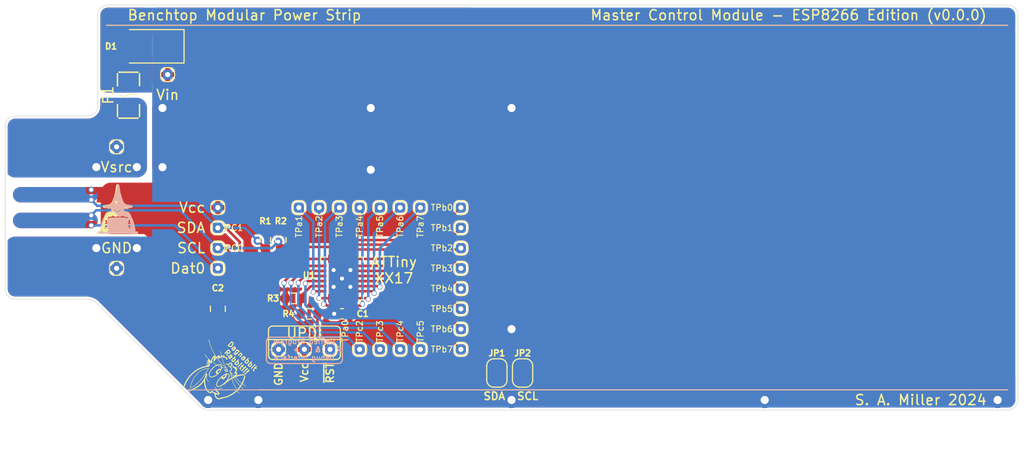
<source format=kicad_pcb>
(kicad_pcb (version 20211014) (generator pcbnew)
  (title_block (title "Benchtop Modular Power Strip") (date "2024") (rev "0.0.0") (company "S. A. Miller") (comment 1 "Master Control Module") (comment 2 "ESP8266 Edition"))
  (layers (0 "F.Cu" signal) (31 "B.Cu" signal) (34 "B.Paste" user) (35 "F.Paste" user) (36 "B.SilkS" user "B.Silkscreen") (37 "F.SilkS" user "F.Silkscreen") (38 "B.Mask" user) (39 "F.Mask" user) (44 "Edge.Cuts" user))
  (net 0 "")
  (net 1 "I2C-Vcc")
  (net 2 "GND")
  (net 3 "~{RESET}")
  (net 4 "Dat0")
  (net 5 "SDA")
  (net 6 "SCL")
  (net 7 "PA4")
  (net 8 "PA5")
  (net 9 "PA6")
  (net 10 "PA7")
  (net 11 "PB2")
  (net 12 "PB3")
  (net 13 "PA1")
  (net 14 "PA2")
  (net 15 "PA3")
  (net 16 "PB0")
  (net 17 "PB1")
  (net 18 "PB4")
  (net 19 "PB5")
  (net 20 "PB6")
  (net 21 "PB7")
  (net 22 "PC2")
  (net 23 "PC3")
  (net 24 "PC4")
  (net 25 "PC5")
  (net 26 "Vsrc")
  (net 27 "Vin")
  (net 28 "/ATTinyXX17 Sheet/Vprot")
  (net 29 "/ATTinyXX17 Sheet/PA0")
  (footprint "Capacitor_SMD:C_0805_2012Metric" (layer "F.Cu") (at 71 110 -90)
    (fp_text reference "C2" (at -2.05 0 180) (layer "F.SilkS") (effects (font (size 0.6 0.6))))
    (fp_text value "4.7uF")
    (pad "1" smd roundrect (at -0.95 0 270) (size 1 1.45) (layers "F.Cu" "F.Paste" "F.Mask") (net 1 "I2C-Vcc"))
    (pad "2" smd roundrect (at 0.95 0 270) (size 1 1.45) (layers "F.Cu" "F.Paste" "F.Mask") (net 2 "GND"))
  )
  (footprint "Resistor_SMD:R_0603_1608Metric" (layer "F.Cu") (at 78.486 108.966)
    (fp_text reference "R3" (at -2.032 0) (layer "F.SilkS") (effects (font (size 0.6 0.6))))
    (fp_text value "10k")
    (pad "1" smd roundrect (at -0.825 0) (size 0.8 0.95) (layers "F.Cu" "F.Paste" "F.Mask") (net 1 "I2C-Vcc"))
    (pad "2" smd roundrect (at 0.825 0) (size 0.8 0.95) (layers "F.Cu" "F.Paste" "F.Mask") (net 29 "/ATTinyXX17 Sheet/PA0"))
  )
  (footprint "tinker:TestPoint_THTPad_D1.0mm_Drill0.5mm" (layer "F.Cu") (at 71 106)
    (fp_text reference "TP3" hide)
    (fp_text value "Dat0" hide)
    (pad "1" thru_hole roundrect (at 0 0) (size 1 1) (drill 0.5) (layers *.Cu *.Mask) (roundrect_rratio 0.33) (net 4 "Dat0"))
  )
  (footprint "tinker:TestPoint_THTPad_D1.0mm_Drill0.5mm" (layer "F.Cu") (at 61 94)
    (fp_text reference "TP1" hide)
    (fp_text value "Vsrc" hide)
    (pad "1" thru_hole roundrect (at 0 0) (size 1 1) (drill 0.5) (layers *.Cu *.Mask) (roundrect_rratio 0.33) (net 26 "Vsrc"))
  )
  (footprint "tinker:TestPoint_THTPad_D1.0mm_Drill0.5mm" (layer "F.Cu") (at 89 114 90)
    (fp_text reference "TPc4" (at 0.65 0 90) (layer "F.SilkS") (effects (font (size 0.6 0.6) (thickness 0.1)) (justify left)))
    (fp_text value "CtrlC" hide)
    (pad "1" thru_hole roundrect (at 0 0 90) (size 1 1) (drill 0.5) (layers *.Cu *.Mask) (roundrect_rratio 0.33) (net 24 "PC4"))
  )
  (footprint "Capacitor_SMD:C_0603_1608Metric" (layer "F.Cu") (at 83.26 110.49 180)
    (fp_text reference "C1" (at -2.048 0 180) (layer "F.SilkS") (effects (font (size 0.6 0.6))))
    (fp_text value "100nF")
    (pad "1" smd roundrect (at -0.775 0 180) (size 0.9 0.95) (layers "F.Cu" "F.Paste" "F.Mask") (net 1 "I2C-Vcc"))
    (pad "2" smd roundrect (at 0.775 0 180) (size 0.9 0.95) (layers "F.Cu" "F.Paste" "F.Mask") (net 2 "GND"))
  )
  (footprint "tinker:TestPoint_THTPad_D1.0mm_Drill0.5mm" (layer "F.Cu") (at 95 108)
    (fp_text reference "TPb4" (at -0.73 0) (layer "F.SilkS") (effects (font (size 0.6 0.6) (thickness 0.1)) (justify right)))
    (fp_text value "CtrlB" hide)
    (pad "1" thru_hole roundrect (at 0 0) (size 1 1) (drill 0.5) (layers *.Cu *.Mask) (roundrect_rratio 0.33) (net 18 "PB4"))
  )
  (footprint "tinker:F1206" (layer "F.Cu") (at 62.176 88.9 90)
    (fp_text reference "F1" (at 0 -2 90) (layer "F.SilkS"))
    (fp_text value "Polyfuse" hide)
    (pad "1" smd rect (at -1.45 0 90) (size 1.19 1.73) (layers "F.Cu" "F.Paste" "F.Mask") (net 26 "Vsrc"))
    (pad "2" smd rect (at 1.45 0 90) (size 1.19 1.73) (layers "F.Cu" "F.Paste" "F.Mask") (net 28 "/ATTinyXX17 Sheet/Vprot"))
  )
  (footprint "Resistor_SMD:R_0603_1608Metric" (layer "F.Cu") (at 75.692 103.187 -90)
    (fp_text reference "R1" (at -1.854 0) (layer "F.SilkS") (effects (font (size 0.6 0.6))))
    (fp_text value "10k")
    (pad "1" smd roundrect (at -0.825 0 270) (size 0.8 0.95) (layers "F.Cu" "F.Paste" "F.Mask") (net 1 "I2C-Vcc"))
    (pad "2" smd roundrect (at 0.825 0 270) (size 0.8 0.95) (layers "F.Cu" "F.Paste" "F.Mask") (net 5 "SDA"))
  )
  (footprint "tinker:TestPoint_THTPad_D1.0mm_Drill0.5mm" (layer "F.Cu") (at 81 100 90)
    (fp_text reference "TPa2" (at -0.73 0 90) (layer "F.SilkS") (effects (font (size 0.6 0.6) (thickness 0.1)) (justify right)))
    (fp_text value "CtrlA" hide)
    (pad "1" thru_hole roundrect (at 0 0 90) (size 1 1) (drill 0.5) (layers *.Cu *.Mask) (roundrect_rratio 0.33) (net 14 "PA2"))
  )
  (footprint "tinker:TestPoint_THTPad_D1.0mm_Drill0.5mm" (layer "F.Cu") (at 91 114 90)
    (fp_text reference "TPc5" (at 0.65 0 90) (layer "F.SilkS") (effects (font (size 0.6 0.6) (thickness 0.1)) (justify left)))
    (fp_text value "CtrlC" hide)
    (pad "1" thru_hole roundrect (at 0 0 90) (size 1 1) (drill 0.5) (layers *.Cu *.Mask) (roundrect_rratio 0.33) (net 25 "PC5"))
  )
  (footprint "Resistor_SMD:R_0603_1608Metric" (layer "F.Cu") (at 80.01 110.49)
    (fp_text reference "R4" (at -2.032 0) (layer "F.SilkS") (effects (font (size 0.6 0.6))))
    (fp_text value "330R")
    (pad "1" smd roundrect (at -0.825 0) (size 0.8 0.95) (layers "F.Cu" "F.Paste" "F.Mask") (net 29 "/ATTinyXX17 Sheet/PA0"))
    (pad "2" smd roundrect (at 0.825 0) (size 0.8 0.95) (layers "F.Cu" "F.Paste" "F.Mask") (net 3 "~{RESET}"))
  )
  (footprint "tinker:TestPoint_THTPad_D1.0mm_Drill0.5mm" (layer "F.Cu") (at 85 100 90)
    (fp_text reference "TPa4" (at -0.73 0 90) (layer "F.SilkS") (effects (font (size 0.6 0.6) (thickness 0.1)) (justify right)))
    (fp_text value "CtrlA" hide)
    (pad "1" thru_hole roundrect (at 0 0 90) (size 1 1) (drill 0.5) (layers *.Cu *.Mask) (roundrect_rratio 0.33) (net 7 "PA4"))
  )
  (footprint "tinker:TestPoint_THTPad_D1.0mm_Drill0.5mm" (layer "F.Cu") (at 77 114 90)
    (fp_text reference "TP9" hide)
    (fp_text value "GND" hide)
    (pad "1" thru_hole roundrect (at 0 0 90) (size 1 1) (drill 0.5) (layers *.Cu *.Mask) (roundrect_rratio 0.33) (net 2 "GND"))
  )
  (footprint "tinker:TestPoint_THTPad_D1.0mm_Drill0.5mm" (layer "F.Cu") (at 95 102)
    (fp_text reference "TPb1" (at -0.73 0) (layer "F.SilkS") (effects (font (size 0.6 0.6) (thickness 0.1)) (justify right)))
    (fp_text value "CtrlB" hide)
    (pad "1" thru_hole roundrect (at 0 0) (size 1 1) (drill 0.5) (layers *.Cu *.Mask) (roundrect_rratio 0.33) (net 17 "PB1"))
  )
  (footprint "tinker:TestPoint_THTPad_D1.0mm_Drill0.5mm" (layer "F.Cu") (at 85 114 90)
    (fp_text reference "TPc2" (at 0.65 -0.002 90) (layer "F.SilkS") (effects (font (size 0.6 0.6) (thickness 0.1)) (justify left)))
    (fp_text value "CtrlC" hide)
    (pad "1" thru_hole roundrect (at 0 0 90) (size 1 1) (drill 0.5) (layers *.Cu *.Mask) (roundrect_rratio 0.33) (net 22 "PC2"))
  )
  (footprint "tinker:TestPoint_THTPad_D1.0mm_Drill0.5mm" (layer "F.Cu") (at 91 100 90)
    (fp_text reference "TPa7" (at -0.73 0 90) (layer "F.SilkS") (effects (font (size 0.6 0.6) (thickness 0.1)) (justify right)))
    (fp_text value "CtrlA" hide)
    (pad "1" thru_hole roundrect (at 0 0 90) (size 1 1) (drill 0.5) (layers *.Cu *.Mask) (roundrect_rratio 0.33) (net 10 "PA7"))
  )
  (footprint "Package_DFN_QFN:QFN-24-1EP_4x4mm_P0.5mm_EP2.6x2.6mm" (layer "F.Cu") (at 83.26 107.01 90)
    (fp_text reference "U1" (at 0.33 -3.25 180) (layer "F.SilkS") (effects (font (size 0.6 0.6))))
    (fp_text value "ATtiny1617")
    (pad "1" smd roundrect (at -1.9375 -1.25 90) (size 0.825 0.25) (layers "F.Cu" "F.Paste" "F.Mask") (net 14 "PA2"))
    (pad "2" smd roundrect (at -1.9375 -0.75 90) (size 0.825 0.25) (layers "F.Cu" "F.Paste" "F.Mask") (net 15 "PA3"))
    (pad "3" smd roundrect (at -1.9375 -0.25 90) (size 0.825 0.25) (layers "F.Cu" "F.Paste" "F.Mask") (net 2 "GND"))
    (pad "4" smd roundrect (at -1.9375 0.25 90) (size 0.825 0.25) (layers "F.Cu" "F.Paste" "F.Mask") (net 1 "I2C-Vcc"))
    (pad "5" smd roundrect (at -1.9375 0.75 90) (size 0.825 0.25) (layers "F.Cu" "F.Paste" "F.Mask") (net 7 "PA4"))
    (pad "6" smd roundrect (at -1.9375 1.25 90) (size 0.825 0.25) (layers "F.Cu" "F.Paste" "F.Mask") (net 8 "PA5"))
    (pad "7" smd roundrect (at -1.25 1.9375 90) (size 0.25 0.825) (layers "F.Cu" "F.Paste" "F.Mask") (net 9 "PA6"))
    (pad "8" smd roundrect (at -0.75 1.9375 90) (size 0.25 0.825) (layers "F.Cu" "F.Paste" "F.Mask") (net 10 "PA7"))
    (pad "9" smd roundrect (at -0.25 1.9375 90) (size 0.25 0.825) (layers "F.Cu" "F.Paste" "F.Mask") (net 21 "PB7"))
    (pad "10" smd roundrect (at 0.25 1.9375 90) (size 0.25 0.825) (layers "F.Cu" "F.Paste" "F.Mask") (net 20 "PB6"))
    (pad "11" smd roundrect (at 0.75 1.9375 90) (size 0.25 0.825) (layers "F.Cu" "F.Paste" "F.Mask") (net 19 "PB5"))
    (pad "12" smd roundrect (at 1.25 1.9375 90) (size 0.25 0.825) (layers "F.Cu" "F.Paste" "F.Mask") (net 18 "PB4"))
    (pad "13" smd roundrect (at 1.9375 1.25 90) (size 0.825 0.25) (layers "F.Cu" "F.Paste" "F.Mask") (net 12 "PB3"))
    (pad "14" smd roundrect (at 1.9375 0.75 90) (size 0.825 0.25) (layers "F.Cu" "F.Paste" "F.Mask") (net 11 "PB2"))
    (pad "15" smd roundrect (at 1.9375 0.25 90) (size 0.825 0.25) (layers "F.Cu" "F.Paste" "F.Mask") (net 17 "PB1"))
    (pad "16" smd roundrect (at 1.9375 -0.25 90) (size 0.825 0.25) (layers "F.Cu" "F.Paste" "F.Mask") (net 16 "PB0"))
    (pad "17" smd roundrect (at 1.9375 -0.75 90) (size 0.825 0.25) (layers "F.Cu" "F.Paste" "F.Mask") (net 6 "SCL"))
    (pad "18" smd roundrect (at 1.9375 -1.25 90) (size 0.825 0.25) (layers "F.Cu" "F.Paste" "F.Mask") (net 5 "SDA"))
    (pad "19" smd roundrect (at 1.25 -1.9375 90) (size 0.25 0.825) (layers "F.Cu" "F.Paste" "F.Mask") (net 22 "PC2"))
    (pad "20" smd roundrect (at 0.75 -1.9375 90) (size 0.25 0.825) (layers "F.Cu" "F.Paste" "F.Mask") (net 23 "PC3"))
    (pad "21" smd roundrect (at 0.25 -1.9375 90) (size 0.25 0.825) (layers "F.Cu" "F.Paste" "F.Mask") (net 24 "PC4"))
    (pad "22" smd roundrect (at -0.25 -1.9375 90) (size 0.25 0.825) (layers "F.Cu" "F.Paste" "F.Mask") (net 25 "PC5"))
    (pad "23" smd roundrect (at -0.75 -1.9375 90) (size 0.25 0.825) (layers "F.Cu" "F.Paste" "F.Mask") (net 29 "/ATTinyXX17 Sheet/PA0"))
    (pad "24" smd roundrect (at -1.25 -1.9375 90) (size 0.25 0.825) (layers "F.Cu" "F.Paste" "F.Mask") (net 13 "PA1"))
    (pad "25" smd rect (at 0 0 90) (size 2.6 2.6) (layers "F.Cu" "F.Mask") (net 2 "GND"))
  )
  (footprint "tinker:NerdMage" (layer "F.Cu") (at 61.11668 100.076)
    (fp_text reference "G***" hide)
    (fp_text value "LOGO" hide)
  )
  (footprint "tinker:TestPoint_THTPad_D1.0mm_Drill0.5mm" (layer "F.Cu") (at 61 106)
    (fp_text reference "TP2" hide)
    (fp_text value "GND" hide)
    (pad "1" thru_hole roundrect (at 0 0) (size 1 1) (drill 0.5) (layers *.Cu *.Mask) (roundrect_rratio 0.33) (net 2 "GND"))
  )
  (footprint "Jumper:SolderJumper-2_P1.3mm_Open_RoundedPad1.0x1.5mm" (layer "F.Cu") (at 101.092 116.332 90)
    (fp_text reference "JP2" (at 1.957605 0) (layer "F.SilkS") (effects (font (size 0.6 0.6))))
    (fp_text value "SolderJumper_2_Open")
    (pad "1" smd custom (at -0.65 0 90) (size 1 0.5) (layers "F.Cu" "F.Mask") (net 6 "SCL") (options (clearance outline) (anchor rect)) (primitives (gr_circle (center 0 0.25) (end 0.5 0.25) (width 0) (fill yes)) (gr_circle (center 0 -0.25) (end 0.5 -0.25) (width 0) (fill yes)) (gr_poly (pts (xy 0.5 0.75) (xy 0 0.75) (xy 0 -0.75) (xy 0.5 -0.75)) (width 0) (fill yes))))
    (pad "2" smd custom (at 0.65 0 90) (size 1 0.5) (layers "F.Cu" "F.Mask") (options (clearance outline) (anchor rect)) (primitives (gr_circle (center 0 0.25) (end 0.5 0.25) (width 0) (fill yes)) (gr_circle (center 0 -0.25) (end 0.5 -0.25) (width 0) (fill yes)) (gr_poly (pts (xy 0 0.75) (xy -0.5 0.75) (xy -0.5 -0.75) (xy 0 -0.75)) (width 0) (fill yes))))
  )
  (footprint "tinker:TestPoint_THTPad_D1.0mm_Drill0.5mm" (layer "F.Cu") (at 95 110)
    (fp_text reference "TPb5" (at -0.73 0) (layer "F.SilkS") (effects (font (size 0.6 0.6) (thickness 0.1)) (justify right)))
    (fp_text value "CtrlB" hide)
    (pad "1" thru_hole roundrect (at 0 0) (size 1 1) (drill 0.5) (layers *.Cu *.Mask) (roundrect_rratio 0.33) (net 19 "PB5"))
  )
  (footprint "tinker:TestPoint_THTPad_D1.0mm_Drill0.5mm" (layer "F.Cu") (at 66.04 86.868)
    (fp_text reference "TP7" hide)
    (fp_text value "Vin" hide)
    (pad "1" thru_hole roundrect (at 0 0) (size 1 1) (drill 0.5) (layers *.Cu *.Mask) (roundrect_rratio 0.33) (net 27 "Vin"))
  )
  (footprint "tinker:DagNabbit" (layer "F.Cu") (at 71.04 116.6 135)
    (fp_text reference "REF**" hide)
    (fp_text value "DagNabbit" hide)
    (fp_text user "Dagnabbit\nRabbit!!!" (at -0.331667 2.64 -45 unlocked) (layer "F.SilkS") (effects (font (size 0.5 0.5) (thickness 0.1))))
  )
  (footprint "tinker:TestPoint_THTPad_D1.0mm_Drill0.5mm" (layer "F.Cu") (at 82.08 114 90)
    (fp_text reference "TPa0" (at 0.65 1.486 90) (layer "F.SilkS") (effects (font (size 0.6 0.6) (thickness 0.1)) (justify left)))
    (fp_text value "~{RESET}" hide)
    (pad "1" thru_hole roundrect (at 0 0 90) (size 1 1) (drill 0.5) (layers *.Cu *.Mask) (roundrect_rratio 0.33) (net 3 "~{RESET}"))
  )
  (footprint "tinker:TestPoint_THTPad_D1.0mm_Drill0.5mm" (layer "F.Cu") (at 89 100 90)
    (fp_text reference "TPa6" (at -0.73 0 90) (layer "F.SilkS") (effects (font (size 0.6 0.6) (thickness 0.1)) (justify right)))
    (fp_text value "CtrlA" hide)
    (pad "1" thru_hole roundrect (at 0 0 90) (size 1 1) (drill 0.5) (layers *.Cu *.Mask) (roundrect_rratio 0.33) (net 9 "PA6"))
  )
  (footprint "tinker:TestPoint_THTPad_D1.0mm_Drill0.5mm" (layer "F.Cu") (at 79 100 90)
    (fp_text reference "TPa1" (at -0.73 0 90) (layer "F.SilkS") (effects (font (size 0.6 0.6) (thickness 0.1)) (justify right)))
    (fp_text value "CtrlA" hide)
    (pad "1" thru_hole roundrect (at 0 0 90) (size 1 1) (drill 0.5) (layers *.Cu *.Mask) (roundrect_rratio 0.33) (net 13 "PA1"))
  )
  (footprint "tinker:TestPoint_THTPad_D1.0mm_Drill0.5mm" (layer "F.Cu") (at 95 104)
    (fp_text reference "TPb2" (at -0.73 0) (layer "F.SilkS") (effects (font (size 0.6 0.6) (thickness 0.1)) (justify right)))
    (fp_text value "CtrlB" hide)
    (pad "1" thru_hole roundrect (at 0 0) (size 1 1) (drill 0.5) (layers *.Cu *.Mask) (roundrect_rratio 0.33) (net 11 "PB2"))
  )
  (footprint "tinker:TestPoint_THTPad_D1.0mm_Drill0.5mm" (layer "F.Cu") (at 71 104)
    (fp_text reference "TP6" hide)
    (fp_text value "Dat3" hide)
    (pad "1" thru_hole roundrect (at 0 0) (size 1 1) (drill 0.5) (layers *.Cu *.Mask) (roundrect_rratio 0.33) (net 6 "SCL"))
  )
  (footprint "tinker:TestPoint_THTPad_D1.0mm_Drill0.5mm" (layer "F.Cu") (at 79.54 114 90)
    (fp_text reference "TP8" hide)
    (fp_text value "I2C-Vcc" hide)
    (pad "1" thru_hole roundrect (at 0 0 90) (size 1 1) (drill 0.5) (layers *.Cu *.Mask) (roundrect_rratio 0.33) (net 1 "I2C-Vcc"))
  )
  (footprint "Resistor_SMD:R_0603_1608Metric" (layer "F.Cu") (at 77.216 103.187 -90)
    (fp_text reference "R2" (at -1.854 0) (layer "F.SilkS") (effects (font (size 0.6 0.6))))
    (fp_text value "10k")
    (pad "1" smd roundrect (at -0.825 0 270) (size 0.8 0.95) (layers "F.Cu" "F.Paste" "F.Mask") (net 1 "I2C-Vcc"))
    (pad "2" smd roundrect (at 0.825 0 270) (size 0.8 0.95) (layers "F.Cu" "F.Paste" "F.Mask") (net 6 "SCL"))
  )
  (footprint "tinker:TestPoint_THTPad_D1.0mm_Drill0.5mm" (layer "F.Cu") (at 87 100 90)
    (fp_text reference "TPa5" (at -0.73 0 90) (layer "F.SilkS") (effects (font (size 0.6 0.6) (thickness 0.1)) (justify right)))
    (fp_text value "CtrlA" hide)
    (pad "1" thru_hole roundrect (at 0 0 90) (size 1 1) (drill 0.5) (layers *.Cu *.Mask) (roundrect_rratio 0.33) (net 8 "PA5"))
  )
  (footprint "tinker:TestPoint_THTPad_D1.0mm_Drill0.5mm" (layer "F.Cu") (at 95 114)
    (fp_text reference "TPb7" (at -0.73 0) (layer "F.SilkS") (effects (font (size 0.6 0.6) (thickness 0.1)) (justify right)))
    (fp_text value "CtrlB" hide)
    (pad "1" thru_hole roundrect (at 0 0) (size 1 1) (drill 0.5) (layers *.Cu *.Mask) (roundrect_rratio 0.33) (net 21 "PB7"))
  )
  (footprint "tinker:TestPoint_THTPad_D1.0mm_Drill0.5mm" (layer "F.Cu") (at 95 100)
    (fp_text reference "TPb0" (at -0.73 0) (layer "F.SilkS") (effects (font (size 0.6 0.6) (thickness 0.1)) (justify right)))
    (fp_text value "CtrlB" hide)
    (pad "1" thru_hole roundrect (at 0 0) (size 1 1) (drill 0.5) (layers *.Cu *.Mask) (roundrect_rratio 0.33) (net 16 "PB0"))
  )
  (footprint "Diode_SMD:D_SMA" (layer "F.Cu") (at 64.262 84.074 180)
    (fp_text reference "D1" (at 3.81 0) (layer "F.SilkS") (effects (font (size 0.6 0.6))))
    (fp_text value "D_Schottky")
    (pad "1" smd rect (at -2 0 180) (size 2.5 1.8) (layers "F.Cu" "F.Paste" "F.Mask") (net 27 "Vin"))
    (pad "2" smd rect (at 2 0 180) (size 2.5 1.8) (layers "F.Cu" "F.Paste" "F.Mask") (net 28 "/ATTinyXX17 Sheet/Vprot"))
  )
  (footprint "tinker:TestPoint_THTPad_D1.0mm_Drill0.5mm" (layer "F.Cu") (at 95 106)
    (fp_text reference "TPb3" (at -0.73 0) (layer "F.SilkS") (effects (font (size 0.6 0.6) (thickness 0.1)) (justify right)))
    (fp_text value "CtrlB" hide)
    (pad "1" thru_hole roundrect (at 0 0) (size 1 1) (drill 0.5) (layers *.Cu *.Mask) (roundrect_rratio 0.33) (net 12 "PB3"))
  )
  (footprint "tinker:TestPoint_THTPad_D1.0mm_Drill0.5mm" (layer "F.Cu") (at 87 114 90)
    (fp_text reference "TPc3" (at 0.65 0 90) (layer "F.SilkS") (effects (font (size 0.6 0.6) (thickness 0.1)) (justify left)))
    (fp_text value "CtrlC" hide)
    (pad "1" thru_hole roundrect (at 0 0 90) (size 1 1) (drill 0.5) (layers *.Cu *.Mask) (roundrect_rratio 0.33) (net 23 "PC3"))
  )
  (footprint "Jumper:SolderJumper-2_P1.3mm_Open_RoundedPad1.0x1.5mm" (layer "F.Cu") (at 98.552 116.332 90)
    (fp_text reference "JP1" (at 1.957605 0) (layer "F.SilkS") (effects (font (size 0.6 0.6))))
    (fp_text value "SolderJumper_2_Open")
    (pad "1" smd custom (at -0.65 0 90) (size 1 0.5) (layers "F.Cu" "F.Mask") (net 5 "SDA") (options (clearance outline) (anchor rect)) (primitives (gr_circle (center 0 0.25) (end 0.5 0.25) (width 0) (fill yes)) (gr_circle (center 0 -0.25) (end 0.5 -0.25) (width 0) (fill yes)) (gr_poly (pts (xy 0.5 0.75) (xy 0 0.75) (xy 0 -0.75) (xy 0.5 -0.75)) (width 0) (fill yes))))
    (pad "2" smd custom (at 0.65 0 90) (size 1 0.5) (layers "F.Cu" "F.Mask") (options (clearance outline) (anchor rect)) (primitives (gr_circle (center 0 0.25) (end 0.5 0.25) (width 0) (fill yes)) (gr_circle (center 0 -0.25) (end 0.5 -0.25) (width 0) (fill yes)) (gr_poly (pts (xy 0 0.75) (xy -0.5 0.75) (xy -0.5 -0.75) (xy 0 -0.75)) (width 0) (fill yes))))
  )
  (footprint "tinker:TestPoint_THTPad_D1.0mm_Drill0.5mm" (layer "F.Cu") (at 83 100 90)
    (fp_text reference "TPa3" (at -0.73 0 90) (layer "F.SilkS") (effects (font (size 0.6 0.6) (thickness 0.1)) (justify right)))
    (fp_text value "CtrlA" hide)
    (pad "1" thru_hole roundrect (at 0 0 90) (size 1 1) (drill 0.5) (layers *.Cu *.Mask) (roundrect_rratio 0.33) (net 15 "PA3"))
  )
  (footprint "tinker:TestPoint_THTPad_D1.0mm_Drill0.5mm" (layer "F.Cu") (at 71 100)
    (fp_text reference "TP4" hide)
    (fp_text value "Dat1" hide)
    (pad "1" thru_hole roundrect (at 0 0) (size 1 1) (drill 0.5) (layers *.Cu *.Mask) (roundrect_rratio 0.33) (net 1 "I2C-Vcc"))
  )
  (footprint "tinker:TestPoint_THTPad_D1.0mm_Drill0.5mm" (layer "F.Cu") (at 71 102)
    (fp_text reference "TP5" hide)
    (fp_text value "Dat2" hide)
    (pad "1" thru_hole roundrect (at 0 0) (size 1 1) (drill 0.5) (layers *.Cu *.Mask) (roundrect_rratio 0.33) (net 5 "SDA"))
  )
  (footprint "tinker:TestPoint_THTPad_D1.0mm_Drill0.5mm" (layer "F.Cu") (at 95 112)
    (fp_text reference "TPb6" (at -0.73 0) (layer "F.SilkS") (effects (font (size 0.6 0.6) (thickness 0.1)) (justify right)))
    (fp_text value "CtrlB" hide)
    (pad "1" thru_hole roundrect (at 0 0) (size 1 1) (drill 0.5) (layers *.Cu *.Mask) (roundrect_rratio 0.33) (net 20 "PB6"))
  )
  (footprint "tinker:NerdMage" (layer "B.Cu") (at 61.11668 100.076 180)
    (fp_text reference "G***" hide)
    (fp_text value "LOGO" hide)
  )
  (gr_arc (start 75.8 113.2) (mid 75.917157 112.917157) (end 76.2 112.8) (layer "B.SilkS") (width 0.12))
  (gr_line (start 68 118) (end 149 118) (layer "B.SilkS") (width 0.1))
  (gr_arc (start 83.3 115) (mid 83.182843 115.282843) (end 82.9 115.4) (layer "B.SilkS") (width 0.12))
  (gr_line (start 76.2 115.4) (end 82.9 115.4) (layer "B.SilkS") (width 0.12))
  (gr_line (start 83.3 113.2) (end 83.3 115) (layer "B.SilkS") (width 0.12))
  (gr_line (start 60 82) (end 149 82) (layer "B.SilkS") (width 0.1))
  (gr_arc (start 76.2 115.4) (mid 75.917157 115.282843) (end 75.8 115) (layer "B.SilkS") (width 0.12))
  (gr_arc (start 82.9 112.8) (mid 83.182843 112.917157) (end 83.3 113.2) (layer "B.SilkS") (width 0.12))
  (gr_line (start 82.9 112.8) (end 76.2 112.8) (layer "B.SilkS") (width 0.12))
  (gr_line (start 75.8 113.2) (end 75.8 115) (layer "B.SilkS") (width 0.12))
  (gr_line (start 76 112.1) (end 76 113.03) (layer "F.SilkS") (width 0.12))
  (gr_line (start 82.7 111.7) (end 76.4 111.7) (layer "F.SilkS") (width 0.12))
  (gr_line (start 76.4 115) (end 82.7 115) (layer "F.SilkS") (width 0.12))
  (gr_line (start 76 113.03) (end 76 114.6) (layer "F.SilkS") (width 0.12))
  (gr_line (start 60 82) (end 149 82) (layer "F.SilkS") (width 0.1))
  (gr_arc (start 82.7 111.7) (mid 82.982843 111.817157) (end 83.1 112.1) (layer "F.SilkS") (width 0.12))
  (gr_line (start 75 118) (end 149 118) (layer "F.SilkS") (width 0.1))
  (gr_line (start 83.1 114.6) (end 83.1 113.03) (layer "F.SilkS") (width 0.12))
  (gr_arc (start 76 112.1) (mid 76.117157 111.817157) (end 76.4 111.7) (layer "F.SilkS") (width 0.12))
  (gr_arc (start 76.4 115) (mid 76.117157 114.882843) (end 76 114.6) (layer "F.SilkS") (width 0.12))
  (gr_arc (start 83.1 114.6) (mid 82.982843 114.882843) (end 82.7 115) (layer "F.SilkS") (width 0.12))
  (gr_line (start 83.1 113.03) (end 76 113.03) (layer "F.SilkS") (width 0.12))
  (gr_line (start 83.1 113.03) (end 83.1 112.1) (layer "F.SilkS") (width 0.12))
  (gr_line (start 59.144 109.548) (end 69.144 119.548) (layer "Edge.Cuts") (width 0.05))
  (gr_arc (start 149 80) (mid 149.707107 80.292893) (end 150 81) (layer "Edge.Cuts") (width 0.05))
  (gr_arc (start 50 91.96) (mid 50.292893 91.252893) (end 51 90.96) (layer "Edge.Cuts") (width 0.05))
  (gr_line (start 50 108.04) (end 50 91.96) (layer "Edge.Cuts") (width 0.05))
  (gr_line (start 60.144 80) (end 149 80) (layer "Edge.Cuts") (width 0.05))
  (gr_arc (start 58.144 109.04) (mid 58.694524 109.194544) (end 59.144 109.548) (layer "Edge.Cuts") (width 0.05))
  (gr_line (start 59.144 81) (end 59.144 89.96) (layer "Edge.Cuts") (width 0.05))
  (gr_arc (start 59.144 81) (mid 59.436893 80.292893) (end 60.144 80) (layer "Edge.Cuts") (width 0.05))
  (gr_arc (start 150 119) (mid 149.707107 119.707107) (end 149 120) (layer "Edge.Cuts") (width 0.05))
  (gr_arc (start 70.144 120) (mid 69.594859 119.882718) (end 69.144 119.548) (layer "Edge.Cuts") (width 0.05))
  (gr_line (start 150 119) (end 150 81) (layer "Edge.Cuts") (width 0.05))
  (gr_line (start 51 90.96) (end 58.144 90.96) (layer "Edge.Cuts") (width 0.05))
  (gr_arc (start 51 109.04) (mid 50.292893 108.747107) (end 50 108.04) (layer "Edge.Cuts") (width 0.05))
  (gr_arc (start 59.144 89.96) (mid 58.851107 90.667107) (end 58.144 90.96) (layer "Edge.Cuts") (width 0.05))
  (gr_line (start 58.144 109.04) (end 51 109.04) (layer "Edge.Cuts") (width 0.05))
  (gr_line (start 149 120) (end 70.144 120) (layer "Edge.Cuts") (width 0.05))
  (gr_text "  Unified Program  \n R    &    +     - \n  Debug Interface  " (at 79.54 114.025) (layer "B.SilkS") (effects (font (size 0.5 0.5) (thickness 0.1)) (justify mirror)))
  (gr_text "${TITLE}" (at 62 81) (layer "F.SilkS") (effects (font (size 1 1)) (justify left)))
  (gr_text "${COMMENT1} - ${COMMENT2} (v${REVISION})" (at 147 81) (layer "F.SilkS") (effects (font (size 1 1)) (justify right)))
  (gr_text "GND" (at 77 115.2 90) (layer "F.SilkS") (effects (font (size 0.75 0.75)) (justify right)))
  (gr_text "Vin" (at 66.04 88.868) (layer "F.SilkS") (effects (font (size 1 1))))
  (gr_text "SCL" (at 69.85 104) (layer "F.SilkS") (effects (font (size 1 1)) (justify right)))
  (gr_text "~{RST}" (at 82.08 115.2 90) (layer "F.SilkS") (effects (font (size 0.75 0.75)) (justify right)))
  (gr_text "Vcc" (at 69.85 100) (layer "F.SilkS") (effects (font (size 1 1)) (justify right)))
  (gr_text "PC1" (at 71.65 102) (layer "F.SilkS") (effects (font (size 0.6 0.6) (thickness 0.1)) (justify left)))
  (gr_text "SDA" (at 69.85 102) (layer "F.SilkS") (effects (font (size 1 1)) (justify right)))
  (gr_text "Vsrc" (at 61 96) (layer "F.SilkS") (effects (font (size 1 1))))
  (gr_text "UPDI" (at 79.54 112.4) (layer "F.SilkS") (effects (font (size 1 1))))
  (gr_text "Vcc" (at 79.54 115.2 90) (layer "F.SilkS") (effects (font (size 0.75 0.75)) (justify right)))
  (gr_text "SDA" (at 98.298 118.618) (layer "F.SilkS") (effects (font (size 0.75 0.75))))
  (gr_text "SCL" (at 101.6 118.618) (layer "F.SilkS") (effects (font (size 0.75 0.75))))
  (gr_text "Dat0" (at 69.85 106) (layer "F.SilkS") (effects (font (size 1 1)) (justify right)))
  (gr_text "ATTiny\nXX17" (at 88.392 106.172) (layer "F.SilkS") (effects (font (size 1 1))))
  (gr_text "${COMPANY} ${ISSUE_DATE}" (at 147 119) (layer "F.SilkS") (effects (font (size 1 1)) (justify right)))
  (gr_text "GND" (at 61 104) (layer "F.SilkS") (effects (font (size 1 1))))
  (gr_text "PC0" (at 71.65 104) (layer "F.SilkS") (effects (font (size 0.6 0.6) (thickness 0.1)) (justify left)))
  (segment (start 83.51 108.9475) (end 83.51 109.965) (width 0.25) (layer "F.Cu") (net 1))
  (segment (start 83.51 109.965) (end 84.035 110.49) (width 0.25) (layer "F.Cu") (net 1))
  (via (at 58.5 98.24) (size 0.6) (drill 0.4) (layers "F.Cu" "B.Cu") (net 1))
  (segment (start 82.485 110.49) (end 83.01 109.965) (width 0.25) (layer "F.Cu") (net 2))
  (segment (start 83.01 109.965) (end 83.01 108.9475) (width 0.25) (layer "F.Cu") (net 2))
  (via (at 70.04 119) (size 1.6) (drill 0.8) (layers "F.Cu" "B.Cu") (net 2))
  (via (at 75 119) (size 1.6) (drill 0.8) (layers "F.Cu" "B.Cu") (net 2))
  (via (at 65.532 96.012) (size 1.6) (drill 0.8) (layers "F.Cu" "B.Cu") (net 2))
  (via (at 86.1 90.17) (size 1.6) (drill 0.8) (layers "F.Cu" "B.Cu") (net 2))
  (via (at 65.532 90.17) (size 1.6) (drill 0.8) (layers "F.Cu" "B.Cu") (net 2))
  (via (at 63 104) (size 1.6) (drill 0.8) (layers "F.Cu" "B.Cu") (net 2))
  (via (at 148 119) (size 1.6) (drill 0.8) (layers "F.Cu" "B.Cu") (net 2))
  (via (at 86.1 96.266) (size 1.6) (drill 0.8) (layers "F.Cu" "B.Cu") (net 2))
  (via (at 84.089 106.172) (size 0.8) (drill 0.4) (layers "F.Cu" "B.Cu") (net 2))
  (via (at 84.089 107.83) (size 0.8) (drill 0.4) (layers "F.Cu" "B.Cu") (net 2))
  (via (at 100 112) (size 1.6) (drill 0.8) (layers "F.Cu" "B.Cu") (net 2))
  (via (at 100 119) (size 1.6) (drill 0.8) (layers "F.Cu" "B.Cu") (net 2))
  (via (at 59 104) (size 1.6) (drill 0.8) (layers "F.Cu" "B.Cu") (net 2))
  (via (at 82.485 110.49) (size 0.8) (drill 0.4) (layers "F.Cu" "B.Cu") (net 2))
  (via (at 82.431 106.172) (size 0.8) (drill 0.4) (layers "F.Cu" "B.Cu") (net 2))
  (via (at 100 90.17) (size 1.6) (drill 0.8) (layers "F.Cu" "B.Cu") (net 2))
  (via (at 125 119) (size 1.6) (drill 0.8) (layers "F.Cu" "B.Cu") (net 2))
  (via (at 83.26 107.01) (size 0.8) (drill 0.4) (layers "F.Cu" "B.Cu") (net 2))
  (via (at 82.431 107.83) (size 0.8) (drill 0.4) (layers "F.Cu" "B.Cu") (net 2))
  (segment (start 80.835 110.49) (end 80.835 112.755) (width 0.25) (layer "F.Cu") (net 3))
  (segment (start 80.835 112.755) (end 82.08 114) (width 0.25) (layer "F.Cu") (net 3))
  (via (at 58.5 101.76) (size 0.6) (drill 0.4) (layers "F.Cu" "B.Cu") (net 4))
  (segment (start 66.76 101.76) (end 58.5 101.76) (width 0.25) (layer "B.Cu") (net 4))
  (segment (start 71 106) (end 66.76 101.76) (width 0.25) (layer "B.Cu") (net 4))
  (segment (start 73.152 112.268) (end 73.152 103.378) (width 0.25) (layer "F.Cu") (net 5))
  (segment (start 74.93 103.2755) (end 74.9555 103.2755) (width 0.25) (layer "F.Cu") (net 5))
  (segment (start 78.29 117.406) (end 73.152 112.268) (width 0.25) (layer "F.Cu") (net 5))
  (segment (start 71.774 102) (end 71 102) (width 0.25) (layer "F.Cu") (net 5))
  (segment (start 98.552 116.982) (end 98.128 117.406) (width 0.25) (layer "F.Cu") (net 5))
  (segment (start 75.692 104.012) (end 76.7525 105.0725) (width 0.25) (layer "F.Cu") (net 5))
  (segment (start 74.9555 103.2755) (end 75.692 104.012) (width 0.25) (layer "F.Cu") (net 5))
  (segment (start 98.128 117.406) (end 78.29 117.406) (width 0.25) (layer "F.Cu") (net 5))
  (segment (start 76.7525 105.0725) (end 82.01 105.0725) (width 0.25) (layer "F.Cu") (net 5))
  (segment (start 73.152 103.378) (end 71.774 102) (width 0.25) (layer "F.Cu") (net 5))
  (via (at 58.5 99.24) (size 0.6) (drill 0.4) (layers "F.Cu" "B.Cu") (net 5))
  (via (at 74.93 103.2755) (size 0.8) (drill 0.4) (layers "F.Cu" "B.Cu") (net 5))
  (segment (start 59.082 99.822) (end 63.5 99.822) (width 0.25) (layer "B.Cu") (net 5))
  (segment (start 73.6545 102) (end 71 102) (width 0.25) (layer "B.Cu") (net 5))
  (segment (start 71 102) (end 68.822 99.822) (width 0.25) (layer "B.Cu") (net 5))
  (segment (start 68.822 99.822) (end 63.5 99.822) (width 0.25) (layer "B.Cu") (net 5))
  (segment (start 74.93 103.2755) (end 73.6545 102) (width 0.25) (layer "B.Cu") (net 5))
  (segment (start 58.5 99.24) (end 59.082 99.822) (width 0.25) (layer "B.Cu") (net 5))
  (segment (start 101.092 116.982) (end 100.218 117.856) (width 0.25) (layer "F.Cu") (net 6))
  (segment (start 72.702 104.96) (end 71.742 104) (width 0.25) (layer "F.Cu") (net 6))
  (segment (start 77.4865 103.886) (end 82.296 103.886) (width 0.25) (layer "F.Cu") (net 6))
  (segment (start 76.962 103.3615) (end 77.4865 103.886) (width 0.25) (layer "F.Cu") (net 6))
  (segment (start 72.702 112.454396) (end 72.702 104.96) (width 0.25) (layer "F.Cu") (net 6))
  (segment (start 82.51 104.1) (end 82.51 105.0725) (width 0.25) (layer "F.Cu") (net 6))
  (segment (start 100.218 117.856) (end 78.103604 117.856) (width 0.25) (layer "F.Cu") (net 6))
  (segment (start 78.103604 117.856) (end 72.702 112.454396) (width 0.25) (layer "F.Cu") (net 6))
  (segment (start 71.742 104) (end 71 104) (width 0.25) (layer "F.Cu") (net 6))
  (segment (start 82.296 103.886) (end 82.51 104.1) (width 0.25) (layer "F.Cu") (net 6))
  (via (at 76.962 103.3615) (size 0.8) (drill 0.4) (layers "F.Cu" "B.Cu") (net 6))
  (via (at 58.5 100.76) (size 0.6) (drill 0.4) (layers "F.Cu" "B.Cu") (net 6))
  (segment (start 58.988 100.272) (end 58.5 100.76) (width 0.25) (layer "B.Cu") (net 6))
  (segment (start 76.962 103.3615) (end 76.3235 104) (width 0.25) (layer "B.Cu") (net 6))
  (segment (start 67.272 100.272) (end 58.988 100.272) (width 0.25) (layer "B.Cu") (net 6))
  (segment (start 71 104) (end 67.272 100.272) (width 0.25) (layer "B.Cu") (net 6))
  (segment (start 76.3235 104) (end 71 104) (width 0.25) (layer "B.Cu") (net 6))
  (segment (start 85.114 109.685) (end 84.286992 109.685) (width 0.25) (layer "F.Cu") (net 7))
  (segment (start 84.286992 109.685) (end 84.01 109.408008) (width 0.25) (layer "F.Cu") (net 7))
  (segment (start 84.01 109.408008) (end 84.01 108.9475) (width 0.25) (layer "F.Cu") (net 7))
  (segment (start 85.277 109.522) (end 85.114 109.685) (width 0.25) (layer "F.Cu") (net 7))
  (via (at 85.277 109.522) (size 0.5) (drill 0.4) (layers "F.Cu" "B.Cu") (net 7))
  (segment (start 85.277 100.277) (end 85 100) (width 0.25) (layer "B.Cu") (net 7))
  (segment (start 85.277 109.522) (end 85.277 100.277) (width 0.25) (layer "B.Cu") (net 7))
  (segment (start 85.7575 108.9475) (end 84.51 108.9475) (width 0.25) (layer "F.Cu") (net 8))
  (segment (start 85.852 109.042) (end 85.7575 108.9475) (width 0.25) (layer "F.Cu") (net 8))
  (via (at 85.852 109.042) (size 0.5) (drill 0.4) (layers "F.Cu" "B.Cu") (net 8))
  (segment (start 85.852 109.042) (end 85.852 101.148) (width 0.25) (layer "B.Cu") (net 8))
  (segment (start 85.852 101.148) (end 87 100) (width 0.25) (layer "B.Cu") (net 8))
  (segment (start 86.4265 108.458) (end 86.2285 108.26) (width 0.25) (layer "F.Cu") (net 9))
  (segment (start 86.2285 108.26) (end 85.1975 108.26) (width 0.25) (layer "F.Cu") (net 9))
  (via (at 86.4265 108.458) (size 0.5) (drill 0.4) (layers "F.Cu" "B.Cu") (net 9))
  (segment (start 86.4265 108.458) (end 86.4265 102.5735) (width 0.25) (layer "B.Cu") (net 9))
  (segment (start 86.4265 102.5735) (end 89 100) (width 0.25) (layer "B.Cu") (net 9))
  (segment (start 86.9265 107.76) (end 85.1975 107.76) (width 0.25) (layer "F.Cu") (net 10))
  (segment (start 87.001 107.8345) (end 86.9265 107.76) (width 0.25) (layer "F.Cu") (net 10))
  (via (at 87.001 107.8345) (size 0.5) (drill 0.4) (layers "F.Cu" "B.Cu") (net 10))
  (segment (start 87.001 103.999) (end 91 100) (width 0.25) (layer "B.Cu") (net 10))
  (segment (start 87.001 107.8345) (end 87.001 103.999) (width 0.25) (layer "B.Cu") (net 10))
  (segment (start 84.614 104.14) (end 84.582 104.108) (width 0.25) (layer "F.Cu") (net 11))
  (segment (start 84.582 104.108) (end 84.384 104.108) (width 0.25) (layer "F.Cu") (net 11))
  (segment (start 84.01 104.482) (end 84.01 105.0725) (width 0.25) (layer "F.Cu") (net 11))
  (segment (start 94.86 104.14) (end 84.614 104.14) (width 0.25) (layer "F.Cu") (net 11))
  (segment (start 84.384 104.108) (end 84.01 104.482) (width 0.25) (layer "F.Cu") (net 11))
  (segment (start 95 104) (end 94.86 104.14) (width 0.25) (layer "F.Cu") (net 11))
  (segment (start 95 106) (end 94.0725 105.0725) (width 0.25) (layer "F.Cu") (net 12))
  (segment (start 94.0725 105.0725) (end 84.51 105.0725) (width 0.25) (layer "F.Cu") (net 12))
  (segment (start 80.5 108.26) (end 81.3225 108.26) (width 0.25) (layer "F.Cu") (net 13))
  (segment (start 80.4255 108.3345) (end 80.5 108.26) (width 0.25) (layer "F.Cu") (net 13))
  (via (at 80.4255 108.3345) (size 0.5) (drill 0.4) (layers "F.Cu" "B.Cu") (net 13))
  (segment (start 80.4255 108.3345) (end 80.4255 101.4255) (width 0.25) (layer "B.Cu") (net 13))
  (segment (start 80.4255 101.4255) (end 79 100) (width 0.25) (layer "B.Cu") (net 13))
  (segment (start 80.998557 108.9475) (end 82.01 108.9475) (width 0.25) (layer "F.Cu") (net 14))
  (via (at 80.998557 108.9475) (size 0.5) (drill 0.4) (layers "F.Cu" "B.Cu") (net 14))
  (segment (start 80.998557 108.9475) (end 81 108.946057) (width 0.25) (layer "B.Cu") (net 14))
  (segment (start 81 108.946057) (end 81 100) (width 0.25) (layer "B.Cu") (net 14))
  (segment (start 81.786992 109.685) (end 82.233008 109.685) (width 0.25) (layer "F.Cu") (net 15))
  (segment (start 81.4355 109.522) (end 81.623992 109.522) (width 0.25) (layer "F.Cu") (net 15))
  (segment (start 81.623992 109.522) (end 81.786992 109.685) (width 0.25) (layer "F.Cu") (net 15))
  (segment (start 82.51 109.408008) (end 82.51 108.9475) (width 0.25) (layer "F.Cu") (net 15))
  (segment (start 82.233008 109.685) (end 82.51 109.408008) (width 0.25) (layer "F.Cu") (net 15))
  (via (at 81.4355 109.522) (size 0.5) (drill 0.4) (layers "F.Cu" "B.Cu") (net 15))
  (segment (start 81.573057 101.426943) (end 83 100) (width 0.25) (layer "B.Cu") (net 15))
  (segment (start 81.573057 109.384443) (end 81.573057 101.426943) (width 0.25) (layer "B.Cu") (net 15))
  (segment (start 81.4355 109.522) (end 81.573057 109.384443) (width 0.25) (layer "B.Cu") (net 15))
  (segment (start 83.01 104.209208) (end 83.01 105.0725) (width 0.25) (layer "F.Cu") (net 16))
  (segment (start 84.011208 103.208) (end 83.01 104.209208) (width 0.25) (layer "F.Cu") (net 16))
  (segment (start 95 100) (end 91.792 103.208) (width 0.25) (layer "F.Cu") (net 16))
  (segment (start 91.792 103.208) (end 84.011208 103.208) (width 0.25) (layer "F.Cu") (net 16))
  (segment (start 84.197604 103.658) (end 83.51 104.345604) (width 0.25) (layer "F.Cu") (net 17))
  (segment (start 93.342 103.658) (end 84.197604 103.658) (width 0.25) (layer "F.Cu") (net 17))
  (segment (start 95 102) (end 93.342 103.658) (width 0.25) (layer "F.Cu") (net 17))
  (segment (start 83.51 104.345604) (end 83.51 105.0725) (width 0.25) (layer "F.Cu") (net 17))
  (segment (start 92.76 105.76) (end 85.1975 105.76) (width 0.25) (layer "F.Cu") (net 18))
  (segment (start 95 108) (end 92.76 105.76) (width 0.25) (layer "F.Cu") (net 18))
  (segment (start 95 110) (end 91.26 106.26) (width 0.25) (layer "F.Cu") (net 19))
  (segment (start 91.26 106.26) (end 85.1975 106.26) (width 0.25) (layer "F.Cu") (net 19))
  (segment (start 95 112) (end 92.719 109.719) (width 0.25) (layer "F.Cu") (net 20))
  (segment (start 85.1975 106.76) (end 89.76 106.76) (width 0.25) (layer "F.Cu") (net 20))
  (segment (start 89.76 106.76) (end 92.719 109.719) (width 0.25) (layer "F.Cu") (net 20))
  (segment (start 88.26 107.26) (end 95 114) (width 0.25) (layer "F.Cu") (net 21))
  (segment (start 85.1975 107.26) (end 88.26 107.26) (width 0.25) (layer "F.Cu") (net 21))
  (segment (start 77.657 107.203827) (end 79.100827 105.76) (width 0.25) (layer "F.Cu") (net 22))
  (segment (start 77.657 107.330969) (end 77.657 107.203827) (width 0.25) (layer "F.Cu") (net 22))
  (segment (start 79.100827 105.76) (end 81.3225 105.76) (width 0.25) (layer "F.Cu") (net 22))
  (segment (start 77.532625 107.455344) (end 77.657 107.330969) (width 0.25) (layer "F.Cu") (net 22))
  (via (at 77.532625 107.455344) (size 0.5) (drill 0.4) (layers "F.Cu" "B.Cu") (net 22))
  (segment (start 83.776 112.776) (end 85 114) (width 0.25) (layer "B.Cu") (net 22))
  (segment (start 77.532625 109.536625) (end 80.772 112.776) (width 0.25) (layer "B.Cu") (net 22))
  (segment (start 80.772 112.776) (end 83.776 112.776) (width 0.25) (layer "B.Cu") (net 22))
  (segment (start 77.532625 107.455344) (end 77.532625 109.536625) (width 0.25) (layer "B.Cu") (net 22))
  (segment (start 79.316799 106.26) (end 81.3225 106.26) (width 0.25) (layer "F.Cu") (net 23))
  (segment (start 78.232 107.344799) (end 79.316799 106.26) (width 0.25) (layer "F.Cu") (net 23))
  (segment (start 78.232 107.442) (end 78.232 107.344799) (width 0.25) (layer "F.Cu") (net 23))
  (via (at 78.232 107.442) (size 0.5) (drill 0.4) (layers "F.Cu" "B.Cu") (net 23))
  (segment (start 78.232 109.595) (end 80.963 112.326) (width 0.25) (layer "B.Cu") (net 23))
  (segment (start 78.232 107.442) (end 78.232 109.595) (width 0.25) (layer "B.Cu") (net 23))
  (segment (start 85.326 112.326) (end 87 114) (width 0.25) (layer "B.Cu") (net 23))
  (segment (start 80.963 112.326) (end 85.326 112.326) (width 0.25) (layer "B.Cu") (net 23))
  (segment (start 79.073803 107.316169) (end 79.073803 107.247385) (width 0.25) (layer "F.Cu") (net 24))
  (segment (start 79.561188 106.76) (end 81.3225 106.76) (width 0.25) (layer "F.Cu") (net 24))
  (segment (start 78.950843 107.439129) (end 79.073803 107.316169) (width 0.25) (layer "F.Cu") (net 24))
  (segment (start 79.073803 107.247385) (end 79.561188 106.76) (width 0.25) (layer "F.Cu") (net 24))
  (via (at 78.950843 107.439129) (size 0.5) (drill 0.4) (layers "F.Cu" "B.Cu") (net 24))
  (segment (start 81.154 111.876) (end 86.876 111.876) (width 0.25) (layer "B.Cu") (net 24))
  (segment (start 86.876 111.876) (end 89 114) (width 0.25) (layer "B.Cu") (net 24))
  (segment (start 78.950843 109.672843) (end 81.154 111.876) (width 0.25) (layer "B.Cu") (net 24))
  (segment (start 78.950843 107.439129) (end 78.950843 109.672843) (width 0.25) (layer "B.Cu") (net 24))
  (segment (start 79.648803 107.485558) (end 79.874361 107.26) (width 0.25) (layer "F.Cu") (net 25))
  (segment (start 79.874361 107.26) (end 81.3225 107.26) (width 0.25) (layer "F.Cu") (net 25))
  (via (at 79.648803 107.485558) (size 0.5) (drill 0.4) (layers "F.Cu" "B.Cu") (net 25))
  (segment (start 88.426 111.426) (end 91 114) (width 0.25) (layer "B.Cu") (net 25))
  (segment (start 79.648803 109.620803) (end 81.454 111.426) (width 0.25) (layer "B.Cu") (net 25))
  (segment (start 79.648803 107.485558) (end 79.648803 109.620803) (width 0.25) (layer "B.Cu") (net 25))
  (segment (start 81.454 111.426) (end 88.426 111.426) (width 0.25) (layer "B.Cu") (net 25))
  (via (at 63 96) (size 1.6) (drill 0.8) (layers "F.Cu" "B.Cu") (net 26))
  (via (at 59 96) (size 1.6) (drill 0.8) (layers "F.Cu" "B.Cu") (net 26))
  (segment (start 81.3225 107.76) (end 80.186827 107.76) (width 0.25) (layer "F.Cu") (net 29))
  (segment (start 79.185 109.092) (end 79.311 108.966) (width 0.25) (layer "F.Cu") (net 29))
  (segment (start 79.185 110.49) (end 79.185 109.092) (width 0.25) (layer "F.Cu") (net 29))
  (segment (start 79.311 108.635827) (end 79.311 108.966) (width 0.25) (layer "F.Cu") (net 29))
  (segment (start 80.186827 107.76) (end 79.311 108.635827) (width 0.25) (layer "F.Cu") (net 29))
  (zone (net 26) (net_name "Vsrc") (layer "F.Cu") (connect_pads (clearance 0.254)) (min_thickness 0.254) (fill yes (thermal_gap 0.254) (thermal_bridge_width 0.508) (smoothing fillet) (radius 1))
    (polygon (pts (xy 64.003288 97.013505) (xy 49.487288 97.034755) (xy 49.561944 89.236756) (xy 63.978582 89.236756)))
  )
  (zone (net 2) (net_name "GND") (layer "F.Cu") (connect_pads (clearance 0.254)) (min_thickness 0.254) (fill yes (thermal_gap 0.254) (thermal_bridge_width 0.508) (smoothing fillet) (radius 1))
    (polygon (pts (xy 103.124 116.332) (xy 96.774 116.332) (xy 96.774 97.028) (xy 103.124 97.028)))
  )
  (zone (net 1) (net_name "I2C-Vcc") (layer "F.Cu") (connect_pads (clearance 0.254)) (min_thickness 0.254) (fill yes (thermal_gap 0.254) (thermal_bridge_width 0.508) (smoothing fillet) (radius 1))
    (polygon (pts (xy 59.652 99.492) (xy 50.762 99.492) (xy 50.762 97.968) (xy 59.652 97.968)))
  )
  (zone (net 1) (net_name "I2C-Vcc") (layer "F.Cu") (connect_pads (clearance 0.254)) (min_thickness 0.254) (fill yes (thermal_gap 0.254) (thermal_bridge_width 0.508) (smoothing fillet) (radius 1))
    (polygon (pts (xy 96.266 116.078) (xy 77.216 116.078) (xy 63.754 102.616) (xy 59.436 102.616) (xy 59.436 97.536) (xy 96.266 97.536)))
  )
  (zone (net 28) (net_name "/ATTinyXX17 Sheet/Vprot") (layer "F.Cu") (connect_pads (clearance 0.254)) (min_thickness 0.254) (fill yes (thermal_gap 0.254) (thermal_bridge_width 0.508) (smoothing fillet) (radius 1))
    (polygon (pts (xy 64.008 88.646) (xy 49.53 88.646) (xy 49.53 79.502) (xy 64.008 79.502)))
  )
  (zone (net 2) (net_name "GND") (layer "F.Cu") (connect_pads (clearance 0.254)) (min_thickness 0.254) (fill yes (thermal_gap 0.254) (thermal_bridge_width 0.508) (smoothing fillet) (radius 1))
    (polygon (pts (xy 103.124 97.028) (xy 64.516 97.028) (xy 64.516 89.154) (xy 103.124 89.154)))
  )
  (zone (net 4) (net_name "Dat0") (layer "F.Cu") (connect_pads (clearance 0.254)) (min_thickness 0.254) (fill yes (thermal_gap 0.254) (thermal_bridge_width 0.508) (smoothing fillet) (radius 1))
    (polygon (pts (xy 59.144 102.032) (xy 50.762 102.032) (xy 50.762 100.508) (xy 59.144 100.508)))
  )
  (zone (net 27) (net_name "Vin") (layer "F.Cu") (connect_pads (clearance 0.254)) (min_thickness 0.254) (fill yes (thermal_gap 0.254) (thermal_bridge_width 0.508) (smoothing fillet) (radius 1))
    (polygon (pts (xy 96.266 88.646) (xy 64.516 88.646) (xy 64.516 79.502) (xy 96.266 79.502)))
  )
  (zone (net 2) (net_name "GND") (layer "F.Cu") (connect_pads (clearance 0.254)) (min_thickness 0.254) (fill yes (thermal_gap 0.254) (thermal_bridge_width 0.508) (smoothing fillet) (radius 1))
    (polygon (pts (xy 76.962 116.332) (xy 150.368 116.332) (xy 150.368 120.396) (xy 49.53 120.396) (xy 49.53 102.87) (xy 63.5 102.87)))
  )
  (zone (net 6) (net_name "SCL") (layer "B.Cu") (connect_pads (clearance 0.254)) (min_thickness 0.254) (fill yes (thermal_gap 0.254) (thermal_bridge_width 0.508) (smoothing fillet) (radius 1))
    (polygon (pts (xy 59.144 102.032) (xy 50.762 102.032) (xy 50.762 100.508) (xy 59.144 100.508)))
  )
  (zone (net 2) (net_name "GND") (layer "B.Cu") (connect_pads (clearance 0.254)) (min_thickness 0.254) (fill yes (thermal_gap 0.254) (thermal_bridge_width 0.508) (smoothing fillet) (radius 1))
    (polygon (pts (xy 150.622 120.396) (xy 49.53 120.396) (xy 49.53 102.87) (xy 64.516 102.87) (xy 64.516 79.502) (xy 150.622 79.502)))
  )
  (zone (net 5) (net_name "SDA") (layer "B.Cu") (connect_pads (clearance 0.254)) (min_thickness 0.254) (fill yes (thermal_gap 0.254) (thermal_bridge_width 0.508) (smoothing fillet) (radius 1))
    (polygon (pts (xy 59.144 99.492) (xy 50.762 99.492) (xy 50.762 97.968) (xy 59.144 97.968)))
  )
  (zone (net 2) (net_name "GND") (layer "B.Cu") (connect_pads (clearance 0.254)) (min_thickness 0.254) (fill yes (thermal_gap 0.254) (thermal_bridge_width 0.508) (smoothing fillet) (radius 1))
    (polygon (pts (xy 64.516 88.646) (xy 49.53 88.646) (xy 49.53 79.502) (xy 64.516 79.502)))
  )
  (zone (net 26) (net_name "Vsrc") (layer "B.Cu") (connect_pads (clearance 0.254)) (min_thickness 0.254) (fill yes (thermal_gap 0.254) (thermal_bridge_width 0.508) (smoothing fillet) (radius 1))
    (polygon (pts (xy 64.008 97.028) (xy 49.53 97.028) (xy 49.53 89.154) (xy 64.008 89.154)))
  )
)
</source>
